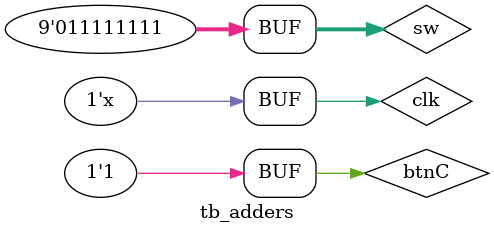
<source format=v>
`timescale 1ns / 1ps


module tb_adders;
reg [8:0] sw;
wire [4:0] ledCLA;
wire [4:0] ledRCA;
reg btnC = 0;
reg clk = 0;
always #5 clk = ~clk;
rca uuv(.a(sw[7:4]), .b(sw[3:0]), .Cin(sw[8]), .total(ledRCA), .load(btnC), .clk(clk));
cla uut(.a(sw[7:4]), .b(sw[3:0]), .Cin(sw[8]), .total(ledCLA), .load(btnC), .clk(clk));

initial begin;
btnC = 1;
sw = 9'b000000000;
btnC = 0;
#20
btnC = 1;
sw = 9'b100000001;
#20
sw = 9'b000010101;
#20
sw = 9'b001110111;
#20
sw = 9'b110000111;
#20
sw = 9'b011000100;
#20
sw = 9'b110001000;
#20
sw = 9'b110011010;
#20
sw = 9'b011111111;
end

endmodule

</source>
